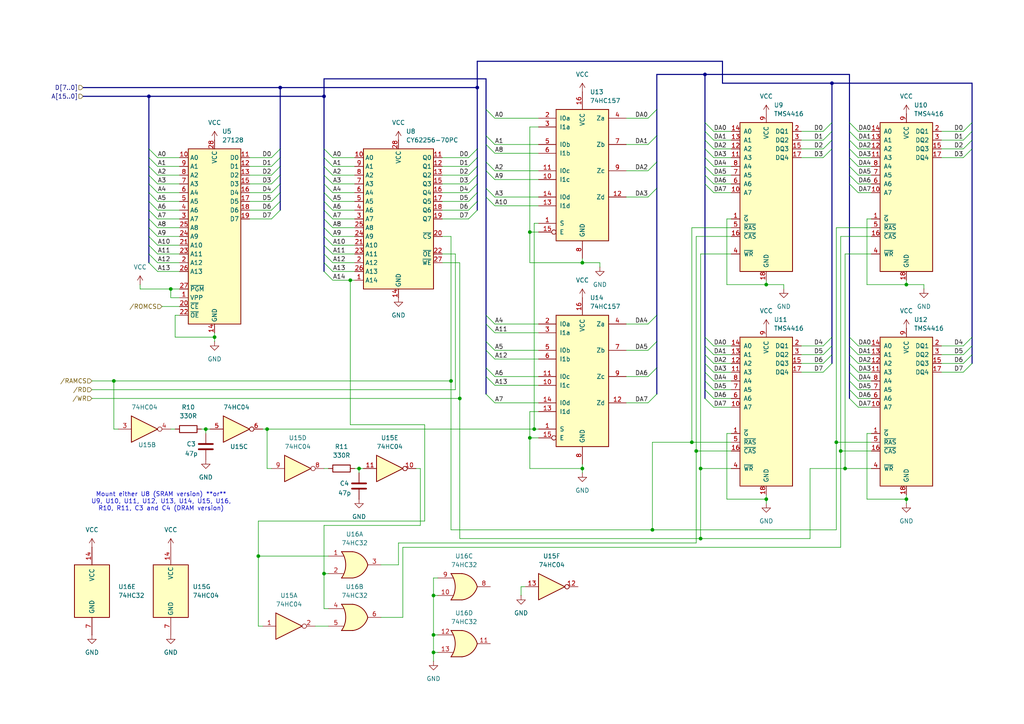
<source format=kicad_sch>
(kicad_sch (version 20231120) (generator "eeschema") (generator_version "8.0")
  (paper "A4")
  (junction (at 104.14 135.89))
  (junction (at 153.67 67.31))
  (junction (at 243.84 130.81))
  (junction (at 59.69 124.46))
  (junction (at 245.11 135.89))
  (junction (at 101.6 81.28))
  (junction (at 133.35 115.57))
  (junction (at 125.73 172.72))
  (junction (at 74.93 161.29))
  (junction (at 204.47 21.59))
  (junction (at 222.25 144.78))
  (junction (at 33.02 110.49))
  (junction (at 241.3 24.13))
  (junction (at 201.93 130.81))
  (junction (at 262.89 82.55))
  (junction (at 43.18 27.94))
  (junction (at 93.98 166.37))
  (junction (at 93.98 27.94))
  (junction (at 168.91 135.89))
  (junction (at 77.47 124.46))
  (junction (at 138.43 25.4))
  (junction (at 154.94 124.46))
  (junction (at 222.25 82.55))
  (junction (at 242.57 128.27))
  (junction (at 203.2 156.21))
  (junction (at 189.23 153.67))
  (junction (at 153.67 127))
  (junction (at 81.28 25.4))
  (junction (at 62.23 97.79))
  (junction (at 203.2 135.89))
  (junction (at 125.73 189.23))
  (junction (at 200.66 128.27))
  (junction (at 125.73 184.15))
  (junction (at 168.91 76.2))
  (junction (at 262.89 144.78))
  (junction (at 130.81 110.49))
  (junction (at 49.53 83.82))
  (bus_entry (at 246.38 107.95) (size 2.54 2.54))
  (bus_entry (at 241.3 43.18) (size -2.54 2.54))
  (bus_entry (at 93.98 53.34) (size 2.54 2.54))
  (bus_entry (at 93.98 78.74) (size 2.54 2.54))
  (bus_entry (at 138.43 55.88) (size -2.54 2.54))
  (bus_entry (at 246.38 110.49) (size 2.54 2.54))
  (bus_entry (at 140.97 57.15) (size 2.54 2.54))
  (bus_entry (at 43.18 76.2) (size 2.54 2.54))
  (bus_entry (at 138.43 43.18) (size -2.54 2.54))
  (bus_entry (at 241.3 40.64) (size -2.54 2.54))
  (bus_entry (at 140.97 39.37) (size 2.54 2.54))
  (bus_entry (at 43.18 55.88) (size 2.54 2.54))
  (bus_entry (at 93.98 48.26) (size 2.54 2.54))
  (bus_entry (at 93.98 76.2) (size 2.54 2.54))
  (bus_entry (at 81.28 43.18) (size -2.54 2.54))
  (bus_entry (at 246.38 40.64) (size 2.54 2.54))
  (bus_entry (at 190.5 31.75) (size -2.54 2.54))
  (bus_entry (at 241.3 102.87) (size -2.54 2.54))
  (bus_entry (at 204.47 45.72) (size 2.54 2.54))
  (bus_entry (at 140.97 101.6) (size 2.54 2.54))
  (bus_entry (at 246.38 102.87) (size 2.54 2.54))
  (bus_entry (at 138.43 48.26) (size -2.54 2.54))
  (bus_entry (at 241.3 105.41) (size -2.54 2.54))
  (bus_entry (at 140.97 99.06) (size 2.54 2.54))
  (bus_entry (at 204.47 38.1) (size 2.54 2.54))
  (bus_entry (at 93.98 50.8) (size 2.54 2.54))
  (bus_entry (at 93.98 55.88) (size 2.54 2.54))
  (bus_entry (at 138.43 60.96) (size -2.54 2.54))
  (bus_entry (at 43.18 66.04) (size 2.54 2.54))
  (bus_entry (at 140.97 106.68) (size 2.54 2.54))
  (bus_entry (at 93.98 66.04) (size 2.54 2.54))
  (bus_entry (at 43.18 68.58) (size 2.54 2.54))
  (bus_entry (at 246.38 48.26) (size 2.54 2.54))
  (bus_entry (at 43.18 73.66) (size 2.54 2.54))
  (bus_entry (at 93.98 43.18) (size 2.54 2.54))
  (bus_entry (at 204.47 35.56) (size 2.54 2.54))
  (bus_entry (at 93.98 63.5) (size 2.54 2.54))
  (bus_entry (at 281.94 35.56) (size -2.54 2.54))
  (bus_entry (at 81.28 50.8) (size -2.54 2.54))
  (bus_entry (at 246.38 53.34) (size 2.54 2.54))
  (bus_entry (at 246.38 97.79) (size 2.54 2.54))
  (bus_entry (at 281.94 105.41) (size -2.54 2.54))
  (bus_entry (at 204.47 100.33) (size 2.54 2.54))
  (bus_entry (at 190.5 91.44) (size -2.54 2.54))
  (bus_entry (at 81.28 45.72) (size -2.54 2.54))
  (bus_entry (at 93.98 45.72) (size 2.54 2.54))
  (bus_entry (at 140.97 46.99) (size 2.54 2.54))
  (bus_entry (at 241.3 35.56) (size -2.54 2.54))
  (bus_entry (at 190.5 39.37) (size -2.54 2.54))
  (bus_entry (at 138.43 58.42) (size -2.54 2.54))
  (bus_entry (at 140.97 54.61) (size 2.54 2.54))
  (bus_entry (at 93.98 71.12) (size 2.54 2.54))
  (bus_entry (at 190.5 54.61) (size -2.54 2.54))
  (bus_entry (at 281.94 102.87) (size -2.54 2.54))
  (bus_entry (at 93.98 60.96) (size 2.54 2.54))
  (bus_entry (at 281.94 43.18) (size -2.54 2.54))
  (bus_entry (at 204.47 113.03) (size 2.54 2.54))
  (bus_entry (at 43.18 71.12) (size 2.54 2.54))
  (bus_entry (at 246.38 38.1) (size 2.54 2.54))
  (bus_entry (at 281.94 100.33) (size -2.54 2.54))
  (bus_entry (at 43.18 63.5) (size 2.54 2.54))
  (bus_entry (at 246.38 43.18) (size 2.54 2.54))
  (bus_entry (at 204.47 43.18) (size 2.54 2.54))
  (bus_entry (at 140.97 109.22) (size 2.54 2.54))
  (bus_entry (at 43.18 53.34) (size 2.54 2.54))
  (bus_entry (at 204.47 53.34) (size 2.54 2.54))
  (bus_entry (at 93.98 73.66) (size 2.54 2.54))
  (bus_entry (at 190.5 106.68) (size -2.54 2.54))
  (bus_entry (at 190.5 114.3) (size -2.54 2.54))
  (bus_entry (at 140.97 31.75) (size 2.54 2.54))
  (bus_entry (at 204.47 102.87) (size 2.54 2.54))
  (bus_entry (at 204.47 115.57) (size 2.54 2.54))
  (bus_entry (at 43.18 58.42) (size 2.54 2.54))
  (bus_entry (at 204.47 50.8) (size 2.54 2.54))
  (bus_entry (at 204.47 48.26) (size 2.54 2.54))
  (bus_entry (at 190.5 46.99) (size -2.54 2.54))
  (bus_entry (at 140.97 49.53) (size 2.54 2.54))
  (bus_entry (at 81.28 60.96) (size -2.54 2.54))
  (bus_entry (at 81.28 55.88) (size -2.54 2.54))
  (bus_entry (at 246.38 50.8) (size 2.54 2.54))
  (bus_entry (at 204.47 110.49) (size 2.54 2.54))
  (bus_entry (at 93.98 58.42) (size 2.54 2.54))
  (bus_entry (at 81.28 48.26) (size -2.54 2.54))
  (bus_entry (at 281.94 97.79) (size -2.54 2.54))
  (bus_entry (at 246.38 45.72) (size 2.54 2.54))
  (bus_entry (at 81.28 58.42) (size -2.54 2.54))
  (bus_entry (at 140.97 91.44) (size 2.54 2.54))
  (bus_entry (at 246.38 100.33) (size 2.54 2.54))
  (bus_entry (at 93.98 68.58) (size 2.54 2.54))
  (bus_entry (at 43.18 45.72) (size 2.54 2.54))
  (bus_entry (at 140.97 41.91) (size 2.54 2.54))
  (bus_entry (at 281.94 40.64) (size -2.54 2.54))
  (bus_entry (at 138.43 45.72) (size -2.54 2.54))
  (bus_entry (at 43.18 60.96) (size 2.54 2.54))
  (bus_entry (at 140.97 93.98) (size 2.54 2.54))
  (bus_entry (at 204.47 107.95) (size 2.54 2.54))
  (bus_entry (at 246.38 35.56) (size 2.54 2.54))
  (bus_entry (at 246.38 105.41) (size 2.54 2.54))
  (bus_entry (at 43.18 50.8) (size 2.54 2.54))
  (bus_entry (at 43.18 43.18) (size 2.54 2.54))
  (bus_entry (at 138.43 53.34) (size -2.54 2.54))
  (bus_entry (at 190.5 99.06) (size -2.54 2.54))
  (bus_entry (at 246.38 113.03) (size 2.54 2.54))
  (bus_entry (at 140.97 114.3) (size 2.54 2.54))
  (bus_entry (at 281.94 38.1) (size -2.54 2.54))
  (bus_entry (at 204.47 97.79) (size 2.54 2.54))
  (bus_entry (at 246.38 115.57) (size 2.54 2.54))
  (bus_entry (at 241.3 38.1) (size -2.54 2.54))
  (bus_entry (at 43.18 48.26) (size 2.54 2.54))
  (bus_entry (at 204.47 105.41) (size 2.54 2.54))
  (bus_entry (at 241.3 100.33) (size -2.54 2.54))
  (bus_entry (at 81.28 53.34) (size -2.54 2.54))
  (bus_entry (at 241.3 97.79) (size -2.54 2.54))
  (bus_entry (at 204.47 40.64) (size 2.54 2.54))
  (bus_entry (at 138.43 50.8) (size -2.54 2.54))
  (bus (pts (xy 81.28 50.8) (xy 81.28 53.34)))
  (wire (pts (xy 210.82 125.73) (xy 212.09 125.73)))
  (wire (pts (xy 34.29 124.46) (xy 33.02 124.46)))
  (wire (pts (xy 222.25 81.28) (xy 222.25 82.55)))
  (bus (pts (xy 246.38 43.18) (xy 246.38 40.64)))
  (bus (pts (xy 43.18 66.04) (xy 43.18 68.58)))
  (wire (pts (xy 96.52 66.04) (xy 102.87 66.04)))
  (wire (pts (xy 207.01 48.26) (xy 212.09 48.26)))
  (wire (pts (xy 45.72 78.74) (xy 52.07 78.74)))
  (wire (pts (xy 26.67 113.03) (xy 132.08 113.03)))
  (wire (pts (xy 72.39 50.8) (xy 78.74 50.8)))
  (wire (pts (xy 207.01 53.34) (xy 212.09 53.34)))
  (wire (pts (xy 153.67 67.31) (xy 153.67 36.83)))
  (bus (pts (xy 246.38 35.56) (xy 246.38 21.59)))
  (bus (pts (xy 246.38 53.34) (xy 246.38 50.8)))
  (bus (pts (xy 140.97 46.99) (xy 140.97 49.53)))
  (wire (pts (xy 110.49 179.07) (xy 116.84 179.07)))
  (wire (pts (xy 181.61 93.98) (xy 187.96 93.98)))
  (wire (pts (xy 245.11 135.89) (xy 245.11 73.66)))
  (wire (pts (xy 245.11 135.89) (xy 234.95 135.89)))
  (bus (pts (xy 241.3 24.13) (xy 281.94 24.13)))
  (wire (pts (xy 130.81 68.58) (xy 128.27 68.58)))
  (wire (pts (xy 243.84 68.58) (xy 252.73 68.58)))
  (wire (pts (xy 72.39 53.34) (xy 78.74 53.34)))
  (wire (pts (xy 121.92 152.4) (xy 121.92 135.89)))
  (wire (pts (xy 45.72 55.88) (xy 52.07 55.88)))
  (wire (pts (xy 45.72 53.34) (xy 52.07 53.34)))
  (wire (pts (xy 201.93 130.81) (xy 201.93 68.58)))
  (wire (pts (xy 45.72 63.5) (xy 52.07 63.5)))
  (bus (pts (xy 241.3 24.13) (xy 209.55 24.13)))
  (wire (pts (xy 110.49 163.83) (xy 115.57 163.83)))
  (bus (pts (xy 204.47 43.18) (xy 204.47 45.72)))
  (wire (pts (xy 242.57 128.27) (xy 242.57 153.67)))
  (wire (pts (xy 50.8 91.44) (xy 52.07 91.44)))
  (wire (pts (xy 78.74 135.89) (xy 77.47 135.89)))
  (wire (pts (xy 227.33 82.55) (xy 222.25 82.55)))
  (wire (pts (xy 96.52 68.58) (xy 102.87 68.58)))
  (wire (pts (xy 207.01 45.72) (xy 212.09 45.72)))
  (wire (pts (xy 95.25 176.53) (xy 93.98 176.53)))
  (bus (pts (xy 43.18 63.5) (xy 43.18 66.04)))
  (wire (pts (xy 45.72 76.2) (xy 52.07 76.2)))
  (wire (pts (xy 133.35 76.2) (xy 128.27 76.2)))
  (wire (pts (xy 248.92 55.88) (xy 252.73 55.88)))
  (wire (pts (xy 77.47 124.46) (xy 77.47 135.89)))
  (wire (pts (xy 127 184.15) (xy 125.73 184.15)))
  (wire (pts (xy 130.81 153.67) (xy 189.23 153.67)))
  (bus (pts (xy 43.18 48.26) (xy 43.18 50.8)))
  (bus (pts (xy 81.28 43.18) (xy 81.28 45.72)))
  (bus (pts (xy 281.94 38.1) (xy 281.94 40.64)))
  (wire (pts (xy 26.67 115.57) (xy 133.35 115.57)))
  (wire (pts (xy 62.23 97.79) (xy 62.23 96.52)))
  (wire (pts (xy 143.51 109.22) (xy 156.21 109.22)))
  (wire (pts (xy 96.52 53.34) (xy 102.87 53.34)))
  (wire (pts (xy 207.01 118.11) (xy 212.09 118.11)))
  (bus (pts (xy 93.98 43.18) (xy 93.98 45.72)))
  (bus (pts (xy 204.47 110.49) (xy 204.47 113.03)))
  (wire (pts (xy 181.61 101.6) (xy 187.96 101.6)))
  (wire (pts (xy 181.61 41.91) (xy 187.96 41.91)))
  (wire (pts (xy 123.19 151.13) (xy 74.93 151.13)))
  (bus (pts (xy 246.38 113.03) (xy 246.38 110.49)))
  (bus (pts (xy 281.94 24.13) (xy 281.94 35.56)))
  (bus (pts (xy 190.5 21.59) (xy 204.47 21.59)))
  (wire (pts (xy 248.92 118.11) (xy 252.73 118.11)))
  (bus (pts (xy 190.5 39.37) (xy 190.5 31.75)))
  (wire (pts (xy 45.72 68.58) (xy 52.07 68.58)))
  (bus (pts (xy 204.47 100.33) (xy 204.47 102.87)))
  (bus (pts (xy 190.5 46.99) (xy 190.5 39.37)))
  (bus (pts (xy 81.28 53.34) (xy 81.28 55.88)))
  (wire (pts (xy 207.01 113.03) (xy 212.09 113.03)))
  (bus (pts (xy 246.38 107.95) (xy 246.38 105.41)))
  (wire (pts (xy 232.41 40.64) (xy 238.76 40.64)))
  (wire (pts (xy 248.92 100.33) (xy 252.73 100.33)))
  (bus (pts (xy 140.97 22.86) (xy 140.97 31.75)))
  (wire (pts (xy 102.87 135.89) (xy 104.14 135.89)))
  (wire (pts (xy 130.81 110.49) (xy 130.81 153.67)))
  (wire (pts (xy 127 167.64) (xy 125.73 167.64)))
  (bus (pts (xy 204.47 105.41) (xy 204.47 107.95)))
  (wire (pts (xy 143.51 104.14) (xy 156.21 104.14)))
  (wire (pts (xy 273.05 38.1) (xy 279.4 38.1)))
  (bus (pts (xy 140.97 39.37) (xy 140.97 41.91)))
  (wire (pts (xy 210.82 82.55) (xy 210.82 63.5)))
  (bus (pts (xy 204.47 107.95) (xy 204.47 110.49)))
  (wire (pts (xy 93.98 166.37) (xy 93.98 152.4)))
  (bus (pts (xy 93.98 73.66) (xy 93.98 76.2)))
  (bus (pts (xy 246.38 110.49) (xy 246.38 107.95)))
  (wire (pts (xy 242.57 128.27) (xy 242.57 66.04)))
  (bus (pts (xy 138.43 25.4) (xy 138.43 43.18)))
  (bus (pts (xy 204.47 38.1) (xy 204.47 40.64)))
  (bus (pts (xy 93.98 48.26) (xy 93.98 50.8)))
  (wire (pts (xy 273.05 102.87) (xy 279.4 102.87)))
  (wire (pts (xy 133.35 156.21) (xy 203.2 156.21)))
  (wire (pts (xy 91.44 181.61) (xy 95.25 181.61)))
  (wire (pts (xy 200.66 128.27) (xy 189.23 128.27)))
  (wire (pts (xy 77.47 124.46) (xy 154.94 124.46)))
  (wire (pts (xy 151.13 170.18) (xy 151.13 172.72)))
  (bus (pts (xy 281.94 43.18) (xy 281.94 97.79)))
  (wire (pts (xy 45.72 60.96) (xy 52.07 60.96)))
  (bus (pts (xy 204.47 102.87) (xy 204.47 105.41)))
  (wire (pts (xy 234.95 135.89) (xy 234.95 156.21)))
  (bus (pts (xy 24.13 27.94) (xy 43.18 27.94)))
  (wire (pts (xy 128.27 53.34) (xy 135.89 53.34)))
  (wire (pts (xy 173.99 76.2) (xy 168.91 76.2)))
  (bus (pts (xy 281.94 40.64) (xy 281.94 43.18)))
  (wire (pts (xy 273.05 105.41) (xy 279.4 105.41)))
  (bus (pts (xy 140.97 54.61) (xy 140.97 57.15)))
  (bus (pts (xy 246.38 115.57) (xy 246.38 113.03)))
  (wire (pts (xy 232.41 45.72) (xy 238.76 45.72)))
  (wire (pts (xy 207.01 40.64) (xy 212.09 40.64)))
  (wire (pts (xy 168.91 74.93) (xy 168.91 76.2)))
  (wire (pts (xy 248.92 50.8) (xy 252.73 50.8)))
  (wire (pts (xy 173.99 76.2) (xy 173.99 77.47)))
  (wire (pts (xy 222.25 143.51) (xy 222.25 144.78)))
  (bus (pts (xy 138.43 50.8) (xy 138.43 53.34)))
  (bus (pts (xy 241.3 105.41) (xy 241.3 102.87)))
  (bus (pts (xy 190.5 91.44) (xy 190.5 54.61)))
  (bus (pts (xy 246.38 40.64) (xy 246.38 38.1)))
  (wire (pts (xy 232.41 100.33) (xy 238.76 100.33)))
  (bus (pts (xy 190.5 106.68) (xy 190.5 99.06)))
  (wire (pts (xy 49.53 86.36) (xy 49.53 83.82)))
  (wire (pts (xy 45.72 48.26) (xy 52.07 48.26)))
  (bus (pts (xy 93.98 71.12) (xy 93.98 73.66)))
  (wire (pts (xy 121.92 135.89) (xy 120.65 135.89)))
  (wire (pts (xy 115.57 157.48) (xy 201.93 157.48)))
  (bus (pts (xy 140.97 91.44) (xy 140.97 93.98)))
  (wire (pts (xy 45.72 71.12) (xy 52.07 71.12)))
  (wire (pts (xy 128.27 60.96) (xy 135.89 60.96)))
  (bus (pts (xy 43.18 55.88) (xy 43.18 58.42)))
  (bus (pts (xy 81.28 25.4) (xy 81.28 43.18)))
  (wire (pts (xy 262.89 144.78) (xy 251.46 144.78)))
  (wire (pts (xy 96.52 58.42) (xy 102.87 58.42)))
  (bus (pts (xy 81.28 45.72) (xy 81.28 48.26)))
  (wire (pts (xy 248.92 110.49) (xy 252.73 110.49)))
  (bus (pts (xy 24.13 25.4) (xy 81.28 25.4)))
  (bus (pts (xy 241.3 100.33) (xy 241.3 97.79)))
  (bus (pts (xy 43.18 60.96) (xy 43.18 63.5)))
  (wire (pts (xy 153.67 76.2) (xy 153.67 67.31)))
  (wire (pts (xy 273.05 107.95) (xy 279.4 107.95)))
  (wire (pts (xy 116.84 179.07) (xy 116.84 158.75)))
  (wire (pts (xy 248.92 107.95) (xy 252.73 107.95)))
  (wire (pts (xy 74.93 161.29) (xy 74.93 181.61)))
  (wire (pts (xy 123.19 123.19) (xy 123.19 151.13)))
  (bus (pts (xy 140.97 31.75) (xy 140.97 39.37)))
  (wire (pts (xy 50.8 97.79) (xy 50.8 91.44)))
  (wire (pts (xy 207.01 102.87) (xy 212.09 102.87)))
  (wire (pts (xy 45.72 50.8) (xy 52.07 50.8)))
  (bus (pts (xy 190.5 114.3) (xy 190.5 106.68)))
  (wire (pts (xy 156.21 124.46) (xy 154.94 124.46)))
  (wire (pts (xy 125.73 184.15) (xy 125.73 189.23)))
  (bus (pts (xy 43.18 27.94) (xy 43.18 43.18)))
  (bus (pts (xy 43.18 53.34) (xy 43.18 55.88)))
  (wire (pts (xy 207.01 50.8) (xy 212.09 50.8)))
  (wire (pts (xy 232.41 107.95) (xy 238.76 107.95)))
  (wire (pts (xy 248.92 113.03) (xy 252.73 113.03)))
  (bus (pts (xy 241.3 24.13) (xy 241.3 35.56)))
  (bus (pts (xy 43.18 73.66) (xy 43.18 76.2)))
  (wire (pts (xy 58.42 124.46) (xy 59.69 124.46)))
  (wire (pts (xy 168.91 134.62) (xy 168.91 135.89)))
  (wire (pts (xy 262.89 143.51) (xy 262.89 144.78)))
  (wire (pts (xy 101.6 123.19) (xy 123.19 123.19)))
  (wire (pts (xy 105.41 135.89) (xy 104.14 135.89)))
  (wire (pts (xy 273.05 100.33) (xy 279.4 100.33)))
  (wire (pts (xy 40.64 83.82) (xy 49.53 83.82)))
  (bus (pts (xy 140.97 49.53) (xy 140.97 54.61)))
  (wire (pts (xy 76.2 124.46) (xy 77.47 124.46)))
  (wire (pts (xy 248.92 38.1) (xy 252.73 38.1)))
  (wire (pts (xy 251.46 125.73) (xy 252.73 125.73)))
  (bus (pts (xy 43.18 58.42) (xy 43.18 60.96)))
  (wire (pts (xy 212.09 135.89) (xy 203.2 135.89)))
  (bus (pts (xy 138.43 53.34) (xy 138.43 55.88)))
  (wire (pts (xy 143.51 52.07) (xy 156.21 52.07)))
  (wire (pts (xy 127 172.72) (xy 125.73 172.72)))
  (wire (pts (xy 93.98 166.37) (xy 95.25 166.37)))
  (bus (pts (xy 43.18 71.12) (xy 43.18 73.66)))
  (wire (pts (xy 210.82 144.78) (xy 210.82 125.73)))
  (wire (pts (xy 181.61 116.84) (xy 187.96 116.84)))
  (wire (pts (xy 252.73 130.81) (xy 243.84 130.81)))
  (bus (pts (xy 204.47 48.26) (xy 204.47 50.8)))
  (wire (pts (xy 133.35 115.57) (xy 133.35 156.21)))
  (wire (pts (xy 153.67 119.38) (xy 156.21 119.38)))
  (bus (pts (xy 190.5 54.61) (xy 190.5 46.99)))
  (wire (pts (xy 153.67 67.31) (xy 156.21 67.31)))
  (wire (pts (xy 52.07 86.36) (xy 49.53 86.36)))
  (wire (pts (xy 132.08 73.66) (xy 128.27 73.66)))
  (wire (pts (xy 125.73 172.72) (xy 125.73 184.15)))
  (wire (pts (xy 74.93 181.61) (xy 76.2 181.61)))
  (wire (pts (xy 154.94 64.77) (xy 156.21 64.77)))
  (wire (pts (xy 248.92 102.87) (xy 252.73 102.87)))
  (wire (pts (xy 62.23 97.79) (xy 50.8 97.79)))
  (wire (pts (xy 133.35 115.57) (xy 133.35 76.2)))
  (bus (pts (xy 241.3 43.18) (xy 241.3 40.64)))
  (wire (pts (xy 232.41 38.1) (xy 238.76 38.1)))
  (wire (pts (xy 207.01 38.1) (xy 212.09 38.1)))
  (wire (pts (xy 72.39 63.5) (xy 78.74 63.5)))
  (bus (pts (xy 81.28 58.42) (xy 81.28 60.96)))
  (wire (pts (xy 273.05 43.18) (xy 279.4 43.18)))
  (bus (pts (xy 93.98 53.34) (xy 93.98 55.88)))
  (wire (pts (xy 153.67 127) (xy 156.21 127)))
  (bus (pts (xy 140.97 93.98) (xy 140.97 99.06)))
  (wire (pts (xy 181.61 49.53) (xy 187.96 49.53)))
  (wire (pts (xy 128.27 63.5) (xy 135.89 63.5)))
  (wire (pts (xy 143.51 116.84) (xy 156.21 116.84)))
  (bus (pts (xy 138.43 43.18) (xy 138.43 45.72)))
  (wire (pts (xy 248.92 53.34) (xy 252.73 53.34)))
  (wire (pts (xy 130.81 110.49) (xy 130.81 68.58)))
  (wire (pts (xy 143.51 59.69) (xy 156.21 59.69)))
  (bus (pts (xy 93.98 27.94) (xy 93.98 43.18)))
  (wire (pts (xy 232.41 102.87) (xy 238.76 102.87)))
  (wire (pts (xy 115.57 163.83) (xy 115.57 157.48)))
  (wire (pts (xy 207.01 110.49) (xy 212.09 110.49)))
  (wire (pts (xy 33.02 124.46) (xy 33.02 110.49)))
  (wire (pts (xy 251.46 63.5) (xy 252.73 63.5)))
  (bus (pts (xy 93.98 66.04) (xy 93.98 68.58)))
  (bus (pts (xy 241.3 102.87) (xy 241.3 100.33)))
  (wire (pts (xy 72.39 55.88) (xy 78.74 55.88)))
  (wire (pts (xy 143.51 57.15) (xy 156.21 57.15)))
  (wire (pts (xy 200.66 66.04) (xy 212.09 66.04)))
  (wire (pts (xy 248.92 48.26) (xy 252.73 48.26)))
  (wire (pts (xy 207.01 105.41) (xy 212.09 105.41)))
  (wire (pts (xy 52.07 83.82) (xy 49.53 83.82)))
  (wire (pts (xy 96.52 78.74) (xy 102.87 78.74)))
  (bus (pts (xy 281.94 35.56) (xy 281.94 38.1)))
  (wire (pts (xy 248.92 105.41) (xy 252.73 105.41)))
  (bus (pts (xy 190.5 31.75) (xy 190.5 21.59)))
  (wire (pts (xy 104.14 137.16) (xy 104.14 135.89)))
  (wire (pts (xy 116.84 158.75) (xy 243.84 158.75)))
  (wire (pts (xy 60.96 124.46) (xy 59.69 124.46)))
  (wire (pts (xy 212.09 130.81) (xy 201.93 130.81)))
  (wire (pts (xy 96.52 73.66) (xy 102.87 73.66)))
  (wire (pts (xy 96.52 81.28) (xy 101.6 81.28)))
  (wire (pts (xy 267.97 82.55) (xy 262.89 82.55)))
  (wire (pts (xy 127 189.23) (xy 125.73 189.23)))
  (wire (pts (xy 232.41 105.41) (xy 238.76 105.41)))
  (bus (pts (xy 246.38 45.72) (xy 246.38 43.18)))
  (wire (pts (xy 96.52 63.5) (xy 102.87 63.5)))
  (wire (pts (xy 210.82 63.5) (xy 212.09 63.5)))
  (bus (pts (xy 138.43 17.78) (xy 138.43 25.4)))
  (wire (pts (xy 262.89 82.55) (xy 251.46 82.55)))
  (bus (pts (xy 140.97 106.68) (xy 140.97 109.22)))
  (wire (pts (xy 200.66 128.27) (xy 200.66 66.04)))
  (bus (pts (xy 81.28 48.26) (xy 81.28 50.8)))
  (wire (pts (xy 207.01 43.18) (xy 212.09 43.18)))
  (bus (pts (xy 204.47 53.34) (xy 204.47 97.79)))
  (wire (pts (xy 45.72 66.04) (xy 52.07 66.04)))
  (wire (pts (xy 168.91 135.89) (xy 153.67 135.89)))
  (wire (pts (xy 96.52 60.96) (xy 102.87 60.96)))
  (bus (pts (xy 43.18 50.8) (xy 43.18 53.34)))
  (bus (pts (xy 246.38 48.26) (xy 246.38 45.72)))
  (wire (pts (xy 125.73 189.23) (xy 125.73 191.77)))
  (wire (pts (xy 189.23 153.67) (xy 242.57 153.67)))
  (wire (pts (xy 273.05 45.72) (xy 279.4 45.72)))
  (bus (pts (xy 43.18 45.72) (xy 43.18 48.26)))
  (wire (pts (xy 72.39 48.26) (xy 78.74 48.26)))
  (wire (pts (xy 212.09 128.27) (xy 200.66 128.27)))
  (wire (pts (xy 222.25 144.78) (xy 210.82 144.78)))
  (wire (pts (xy 143.51 49.53) (xy 156.21 49.53)))
  (bus (pts (xy 43.18 27.94) (xy 93.98 27.94)))
  (bus (pts (xy 204.47 97.79) (xy 204.47 100.33)))
  (wire (pts (xy 203.2 135.89) (xy 203.2 156.21)))
  (wire (pts (xy 207.01 115.57) (xy 212.09 115.57)))
  (wire (pts (xy 201.93 157.48) (xy 201.93 130.81)))
  (bus (pts (xy 93.98 58.42) (xy 93.98 60.96)))
  (wire (pts (xy 143.51 101.6) (xy 156.21 101.6)))
  (bus (pts (xy 204.47 113.03) (xy 204.47 115.57)))
  (bus (pts (xy 209.55 24.13) (xy 209.55 17.78)))
  (wire (pts (xy 128.27 58.42) (xy 135.89 58.42)))
  (wire (pts (xy 93.98 176.53) (xy 93.98 166.37)))
  (wire (pts (xy 207.01 55.88) (xy 212.09 55.88)))
  (wire (pts (xy 96.52 71.12) (xy 102.87 71.12)))
  (wire (pts (xy 154.94 124.46) (xy 154.94 64.77)))
  (wire (pts (xy 262.89 81.28) (xy 262.89 82.55)))
  (bus (pts (xy 246.38 97.79) (xy 246.38 53.34)))
  (wire (pts (xy 74.93 151.13) (xy 74.93 161.29)))
  (wire (pts (xy 59.69 125.73) (xy 59.69 124.46)))
  (wire (pts (xy 62.23 99.06) (xy 62.23 97.79)))
  (bus (pts (xy 204.47 40.64) (xy 204.47 43.18)))
  (bus (pts (xy 246.38 38.1) (xy 246.38 35.56)))
  (wire (pts (xy 242.57 66.04) (xy 252.73 66.04)))
  (bus (pts (xy 43.18 68.58) (xy 43.18 71.12)))
  (bus (pts (xy 140.97 101.6) (xy 140.97 106.68)))
  (wire (pts (xy 153.67 127) (xy 153.67 119.38)))
  (wire (pts (xy 267.97 82.55) (xy 267.97 83.82)))
  (wire (pts (xy 143.51 41.91) (xy 156.21 41.91)))
  (wire (pts (xy 153.67 36.83) (xy 156.21 36.83)))
  (wire (pts (xy 26.67 110.49) (xy 33.02 110.49)))
  (wire (pts (xy 252.73 128.27) (xy 242.57 128.27)))
  (bus (pts (xy 140.97 99.06) (xy 140.97 101.6)))
  (wire (pts (xy 72.39 58.42) (xy 78.74 58.42)))
  (wire (pts (xy 251.46 82.55) (xy 251.46 63.5)))
  (wire (pts (xy 181.61 109.22) (xy 187.96 109.22)))
  (wire (pts (xy 248.92 45.72) (xy 252.73 45.72)))
  (bus (pts (xy 138.43 45.72) (xy 138.43 48.26)))
  (wire (pts (xy 232.41 43.18) (xy 238.76 43.18)))
  (bus (pts (xy 140.97 41.91) (xy 140.97 46.99)))
  (wire (pts (xy 168.91 76.2) (xy 153.67 76.2)))
  (bus (pts (xy 241.3 40.64) (xy 241.3 38.1)))
  (wire (pts (xy 93.98 152.4) (xy 121.92 152.4)))
  (bus (pts (xy 93.98 55.88) (xy 93.98 58.42)))
  (wire (pts (xy 96.52 76.2) (xy 102.87 76.2)))
  (bus (pts (xy 241.3 97.79) (xy 241.3 43.18)))
  (bus (pts (xy 93.98 22.86) (xy 93.98 27.94)))
  (wire (pts (xy 72.39 45.72) (xy 78.74 45.72)))
  (wire (pts (xy 74.93 161.29) (xy 95.25 161.29)))
  (bus (pts (xy 204.47 35.56) (xy 204.47 38.1)))
  (wire (pts (xy 96.52 45.72) (xy 102.87 45.72)))
  (wire (pts (xy 45.72 58.42) (xy 52.07 58.42)))
  (wire (pts (xy 93.98 135.89) (xy 95.25 135.89)))
  (wire (pts (xy 40.64 83.82) (xy 40.64 82.55)))
  (wire (pts (xy 96.52 48.26) (xy 102.87 48.26)))
  (wire (pts (xy 143.51 34.29) (xy 156.21 34.29)))
  (wire (pts (xy 243.84 158.75) (xy 243.84 130.81)))
  (wire (pts (xy 248.92 40.64) (xy 252.73 40.64)))
  (bus (pts (xy 204.47 45.72) (xy 204.47 48.26)))
  (bus (pts (xy 93.98 45.72) (xy 93.98 48.26)))
  (wire (pts (xy 96.52 50.8) (xy 102.87 50.8)))
  (bus (pts (xy 138.43 55.88) (xy 138.43 58.42)))
  (bus (pts (xy 246.38 105.41) (xy 246.38 102.87)))
  (wire (pts (xy 207.01 107.95) (xy 212.09 107.95)))
  (wire (pts (xy 46.99 88.9) (xy 52.07 88.9)))
  (bus (pts (xy 93.98 50.8) (xy 93.98 53.34)))
  (wire (pts (xy 72.39 60.96) (xy 78.74 60.96)))
  (wire (pts (xy 181.61 34.29) (xy 187.96 34.29)))
  (bus (pts (xy 209.55 17.78) (xy 138.43 17.78)))
  (bus (pts (xy 140.97 109.22) (xy 140.97 114.3)))
  (bus (pts (xy 281.94 100.33) (xy 281.94 102.87)))
  (wire (pts (xy 168.91 135.89) (xy 168.91 137.16)))
  (wire (pts (xy 143.51 111.76) (xy 156.21 111.76)))
  (bus (pts (xy 204.47 21.59) (xy 204.47 35.56)))
  (wire (pts (xy 49.53 124.46) (xy 50.8 124.46)))
  (bus (pts (xy 246.38 50.8) (xy 246.38 48.26)))
  (wire (pts (xy 132.08 113.03) (xy 132.08 73.66)))
  (bus (pts (xy 138.43 58.42) (xy 138.43 60.96)))
  (bus (pts (xy 246.38 100.33) (xy 246.38 97.79)))
  (bus (pts (xy 241.3 38.1) (xy 241.3 35.56)))
  (wire (pts (xy 128.27 55.88) (xy 135.89 55.88)))
  (wire (pts (xy 153.67 135.89) (xy 153.67 127)))
  (wire (pts (xy 128.27 48.26) (xy 135.89 48.26)))
  (wire (pts (xy 45.72 45.72) (xy 52.07 45.72)))
  (bus (pts (xy 246.38 102.87) (xy 246.38 100.33)))
  (wire (pts (xy 143.51 96.52) (xy 156.21 96.52)))
  (bus (pts (xy 204.47 50.8) (xy 204.47 53.34)))
  (wire (pts (xy 248.92 43.18) (xy 252.73 43.18)))
  (wire (pts (xy 262.89 144.78) (xy 262.89 146.05)))
  (wire (pts (xy 181.61 57.15) (xy 187.96 57.15)))
  (bus (pts (xy 140.97 57.15) (xy 140.97 91.44)))
  (bus (pts (xy 281.94 97.79) (xy 281.94 100.33)))
  (wire (pts (xy 222.25 144.78) (xy 222.25 146.05)))
  (wire (pts (xy 128.27 50.8) (xy 135.89 50.8)))
  (bus (pts (xy 190.5 99.06) (xy 190.5 91.44)))
  (bus (pts (xy 93.98 63.5) (xy 93.98 66.04)))
  (wire (pts (xy 152.4 170.18) (xy 151.13 170.18)))
  (bus (pts (xy 93.98 76.2) (xy 93.98 78.74)))
  (wire (pts (xy 203.2 156.21) (xy 234.95 156.21)))
  (bus (pts (xy 81.28 25.4) (xy 138.43 25.4)))
  (bus (pts (xy 93.98 22.86) (xy 140.97 22.86)))
  (bus (pts (xy 138.43 48.26) (xy 138.43 50.8)))
  (wire (pts (xy 45.72 73.66) (xy 52.07 73.66)))
  (wire (pts (xy 227.33 82.55) (xy 227.33 83.82)))
  (wire (pts (xy 189.23 128.27) (xy 189.23 153.67)))
  (wire (pts (xy 207.01 100.33) (xy 212.09 100.33)))
  (wire (pts (xy 245.11 73.66) (xy 252.73 73.66)))
  (wire (pts (xy 273.05 40.64) (xy 279.4 40.64)))
  (wire (pts (xy 143.51 93.98) (xy 156.21 93.98)))
  (wire (pts (xy 201.93 68.58) (xy 212.09 68.58)))
  (wire (pts (xy 33.02 110.49) (xy 130.81 110.49)))
  (wire (pts (xy 128.27 45.72) (xy 135.89 45.72)))
  (wire (pts (xy 222.25 82.55) (xy 210.82 82.55)))
  (bus (pts (xy 93.98 60.96) (xy 93.98 63.5)))
  (bus (pts (xy 246.38 21.59) (xy 204.47 21.59)))
  (wire (pts (xy 252.73 135.89) (xy 245.11 135.89)))
  (wire (pts (xy 101.6 81.28) (xy 101.6 123.19)))
  (wire (pts (xy 243.84 130.81) (xy 243.84 68.58)))
  (wire (pts (xy 96.52 55.88) (xy 102.87 55.88)))
  (wire (pts (xy 248.92 115.57) (xy 252.73 115.57)))
  (wire (pts (xy 143.51 44.45) (xy 156.21 44.45)))
  (bus (pts (xy 81.28 55.88) (xy 81.28 58.42)))
  (bus (pts (xy 43.18 43.18) (xy 43.18 45.72)))
  (wire (pts (xy 125.73 167.64) (xy 125.73 172.72)))
  (wire (pts (xy 203.2 135.89) (xy 203.2 73.66)))
  (wire (pts (xy 251.46 144.78) (xy 251.46 125.73)))
  (wire (pts (xy 101.6 81.28) (xy 102.87 81.28)))
  (wire (pts (xy 203.2 73.66) (xy 212.09 73.66)))
  (bus (pts (xy 281.94 102.87) (xy 281.94 105.41)))
  (bus (pts (xy 93.98 68.58) (xy 93.98 71.12)))
  (text "Mount either U8 (SRAM version) **or**\nU9, U10, U11, U12, U13, U14, U15, U16,\nR10, R11, C3 and C4 (DRAM version)" (at 46.736 145.542 0) (effects (font (size 1.27 1.27))))
  (label "D7" (at 279.4 107.95 180))
  (label "A8" (at 96.52 66.04 0))
  (label "A10" (at 45.72 71.12 0))
  (label "A4" (at 143.51 93.98 0))
  (label "DA0" (at 207.01 38.1 0))
  (label "A5" (at 96.52 58.42 0))
  (label "A9" (at 45.72 68.58 0))
  (label "D4" (at 279.4 100.33 180))
  (label "DA5" (at 248.92 113.03 0))
  (label "A1" (at 143.51 41.91 0))
  (label "DA7" (at 248.92 55.88 0))
  (label "A5" (at 45.72 58.42 0))
  (label "A9" (at 96.52 68.58 0))
  (label "DA3" (at 207.01 45.72 0))
  (label "A8" (at 143.51 44.45 0))
  (label "A1" (at 45.72 48.26 0))
  (label "A3" (at 45.72 53.34 0))
  (label "A12" (at 45.72 76.2 0))
  (label "D0" (at 238.76 38.1 180))
  (label "DA6" (at 187.96 109.22 180))
  (label "D0" (at 279.4 38.1 180))
  (label "DA5" (at 248.92 50.8 0))
  (label "D4" (at 238.76 100.33 180))
  (label "A4" (at 45.72 55.88 0))
  (label "D4" (at 135.89 55.88 180))
  (label "A11" (at 45.72 73.66 0))
  (label "D7" (at 238.76 107.95 180))
  (label "A7" (at 96.52 63.5 0))
  (label "DA7" (at 187.96 116.84 180))
  (label "DA3" (at 248.92 45.72 0))
  (label "D1" (at 78.74 48.26 180))
  (label "DA1" (at 248.92 102.87 0))
  (label "DA0" (at 248.92 38.1 0))
  (label "A3" (at 96.52 53.34 0))
  (label "D6" (at 78.74 60.96 180))
  (label "DA0" (at 207.01 100.33 0))
  (label "DA0" (at 248.92 100.33 0))
  (label "A4" (at 96.52 55.88 0))
  (label "DA3" (at 187.96 57.15 180))
  (label "A13" (at 96.52 78.74 0))
  (label "D6" (at 279.4 105.41 180))
  (label "D1" (at 279.4 40.64 180))
  (label "D3" (at 78.74 53.34 180))
  (label "DA2" (at 248.92 105.41 0))
  (label "A0" (at 45.72 45.72 0))
  (label "DA2" (at 187.96 49.53 180))
  (label "D7" (at 135.89 63.5 180))
  (label "A0" (at 96.52 45.72 0))
  (label "A12" (at 143.51 104.14 0))
  (label "D5" (at 135.89 58.42 180))
  (label "D2" (at 78.74 50.8 180))
  (label "A12" (at 96.52 76.2 0))
  (label "DA0" (at 187.96 34.29 180))
  (label "DA4" (at 248.92 48.26 0))
  (label "DA5" (at 187.96 101.6 180))
  (label "A2" (at 45.72 50.8 0))
  (label "DA1" (at 207.01 40.64 0))
  (label "D1" (at 135.89 48.26 180))
  (label "DA2" (at 207.01 43.18 0))
  (label "A3" (at 143.51 57.15 0))
  (label "A10" (at 143.51 59.69 0))
  (label "DA6" (at 207.01 115.57 0))
  (label "A6" (at 143.51 109.22 0))
  (label "D3" (at 135.89 53.34 180))
  (label "DA7" (at 207.01 118.11 0))
  (label "DA2" (at 207.01 105.41 0))
  (label "DA5" (at 207.01 50.8 0))
  (label "DA4" (at 248.92 110.49 0))
  (label "DA6" (at 207.01 53.34 0))
  (label "A6" (at 45.72 60.96 0))
  (label "DA1" (at 248.92 40.64 0))
  (label "A11" (at 143.51 96.52 0))
  (label "D7" (at 78.74 63.5 180))
  (label "DA7" (at 248.92 118.11 0))
  (label "A0" (at 143.51 34.29 0))
  (label "DA1" (at 187.96 41.91 180))
  (label "DA4" (at 207.01 110.49 0))
  (label "D0" (at 78.74 45.72 180))
  (label "D2" (at 135.89 50.8 180))
  (label "D5" (at 238.76 102.87 180))
  (label "D0" (at 135.89 45.72 180))
  (label "DA1" (at 207.01 102.87 0))
  (label "D6" (at 135.89 60.96 180))
  (label "D5" (at 279.4 102.87 180))
  (label "A8" (at 45.72 66.04 0))
  (label "A7" (at 45.72 63.5 0))
  (label "DA4" (at 187.96 93.98 180))
  (label "DA3" (at 248.92 107.95 0))
  (label "D3" (at 279.4 45.72 180))
  (label "DA6" (at 248.92 115.57 0))
  (label "DA2" (at 248.92 43.18 0))
  (label "D2" (at 279.4 43.18 180))
  (label "DA6" (at 248.92 53.34 0))
  (label "D5" (at 78.74 58.42 180))
  (label "DA4" (at 207.01 48.26 0))
  (label "D4" (at 78.74 55.88 180))
  (label "DA7" (at 207.01 55.88 0))
  (label "A14" (at 96.52 81.28 0))
  (label "A11" (at 96.52 73.66 0))
  (label "D2" (at 238.76 43.18 180))
  (label "A1" (at 96.52 48.26 0))
  (label "A13" (at 45.72 78.74 0))
  (label "D3" (at 238.76 45.72 180))
  (label "A9" (at 143.51 52.07 0))
  (label "D6" (at 238.76 105.41 180))
  (label "A7" (at 143.51 116.84 0))
  (label "A10" (at 96.52 71.12 0))
  (label "A2" (at 143.51 49.53 0))
  (label "A6" (at 96.52 60.96 0))
  (label "DA3" (at 207.01 107.95 0))
  (label "D1" (at 238.76 40.64 180))
  (label "DA5" (at 207.01 113.03 0))
  (label "A2" (at 96.52 50.8 0))
  (label "A13" (at 143.51 111.76 0))
  (label "A5" (at 143.51 101.6 0))
  (hierarchical_label "{slash}WR" (shape input) (at 26.67 115.57 180))
  (hierarchical_label "A[15..0]" (shape input) (at 24.13 27.94 180))
  (hierarchical_label "{slash}ROMCS" (shape input) (at 46.99 88.9 180))
  (hierarchical_label "{slash}RD" (shape input) (at 26.67 113.03 180))
  (hierarchical_label "D[7..0]" (shape input) (at 24.13 25.4 180))
  (hierarchical_label "{slash}RAMCS" (shape input) (at 26.67 110.49 180))
  (symbol (lib_id "Device:C") (at 59.69 129.54 0) (unit 1)
    (property "Reference" "C3" (at 54.102 128.778 0) (effects (justify left)))
    (property "Value" "47p" (at 53.594 131.572 0) (effects (justify left)))
    (property "Footprint" "Capacitor_THT:C_Disc_D5.0mm_W2.5mm_P2.50mm" (effects (hide yes)))
    (property "Description" "Unpolarized capacitor" (effects (hide yes)))
  )
  (symbol (lib_id "power:GND") (at 125.73 191.77 0) (unit 1)
    (property "Reference" "#PWR043" (effects (hide yes)))
    (property "Value" "GND" (at 125.73 196.85 0))
    (property "Description" "Power symbol creates a global label with name \"GND\" , ground" (effects (hide yes)))
  )
  (symbol (lib_id "8bits:TMS4416") (at 222.25 60.96 0) (unit 1)
    (property "Reference" "U9" (at 224.4441 30.48 0) (effects (justify left)))
    (property "Value" "TMS4416" (at 224.4441 33.02 0) (effects (justify left)))
    (property "Footprint" "Package_DIP:DIP-18_W7.62mm" (effects (hide yes)))
    (property "Description" "4bitx16kb (64Kbit) DRAM" (effects (hide yes)))
  )
  (symbol (lib_id "Memory_EPROM:27128") (at 62.23 68.58 0) (unit 1)
    (property "Reference" "U5" (at 64.4241 38.1 0) (effects (justify left)))
    (property "Value" "27128" (at 64.4241 40.64 0) (effects (justify left)))
    (property "Footprint" "Package_DIP:DIP-28_W15.24mm" (effects (hide yes)))
    (property "Datasheet" "http://eeshop.unl.edu/pdf/27128.pdf" (effects (hide yes)))
    (property "Description" "UV Erasable EPROM 128 KiBit, [Obsolete 2000-11]" (effects (hide yes)))
  )
  (symbol (lib_id "74xx:74LS32") (at 134.62 186.69 0) (unit 4)
    (property "Reference" "U16" (at 134.62 177.8 0))
    (property "Value" "74HC32" (at 134.62 180.34 0))
    (property "Footprint" "Package_DIP:DIP-14_W7.62mm" (effects (hide yes)))
    (property "Datasheet" "http://www.ti.com/lit/gpn/sn74LS32" (effects (hide yes)))
    (property "Description" "Quad 2-input OR" (effects (hide yes)))
  )
  (symbol (lib_id "power:VCC") (at 26.67 158.75 0) (unit 1)
    (property "Reference" "#PWR039" (effects (hide yes)))
    (property "Value" "VCC" (at 26.67 153.67 0))
    (property "Description" "Power symbol creates a global label with name \"VCC\"" (effects (hide yes)))
  )
  (symbol (lib_id "power:VCC") (at 62.23 40.64 0) (unit 1)
    (property "Reference" "#PWR020" (effects (hide yes)))
    (property "Value" "VCC" (at 62.23 35.56 0))
    (property "Description" "Power symbol creates a global label with name \"VCC\"" (effects (hide yes)))
  )
  (symbol (lib_id "power:GND") (at 222.25 146.05 0) (unit 1)
    (property "Reference" "#PWR027" (effects (hide yes)))
    (property "Value" "GND" (at 222.25 151.13 0))
    (property "Description" "Power symbol creates a global label with name \"GND\" , ground" (effects (hide yes)))
  )
  (symbol (lib_id "Device:C") (at 104.14 140.97 0) (unit 1)
    (property "Reference" "C4" (at 98.552 140.208 0) (effects (justify left)))
    (property "Value" "47p" (at 98.044 143.002 0) (effects (justify left)))
    (property "Footprint" "Capacitor_THT:C_Disc_D5.0mm_W2.5mm_P2.50mm" (effects (hide yes)))
    (property "Description" "Unpolarized capacitor" (effects (hide yes)))
  )
  (symbol (lib_id "power:GND") (at 26.67 184.15 0) (unit 1)
    (property "Reference" "#PWR041" (effects (hide yes)))
    (property "Value" "GND" (at 26.67 189.23 0))
    (property "Description" "Power symbol creates a global label with name \"GND\" , ground" (effects (hide yes)))
  )
  (symbol (lib_id "74xx:74LS32") (at 102.87 163.83 0) (unit 1)
    (property "Reference" "U16" (at 102.87 154.94 0))
    (property "Value" "74HC32" (at 102.87 157.48 0))
    (property "Footprint" "Package_DIP:DIP-14_W7.62mm" (effects (hide yes)))
    (property "Datasheet" "http://www.ti.com/lit/gpn/sn74LS32" (effects (hide yes)))
    (property "Description" "Quad 2-input OR" (effects (hide yes)))
  )
  (symbol (lib_id "power:VCC") (at 222.25 95.25 0) (unit 1)
    (property "Reference" "#PWR035" (effects (hide yes)))
    (property "Value" "VCC" (at 222.25 90.17 0))
    (property "Description" "Power symbol creates a global label with name \"VCC\"" (effects (hide yes)))
  )
  (symbol (lib_id "power:VCC") (at 168.91 86.36 0) (unit 1)
    (property "Reference" "#PWR031" (effects (hide yes)))
    (property "Value" "VCC" (at 168.91 81.28 0))
    (property "Description" "Power symbol creates a global label with name \"VCC\"" (effects (hide yes)))
  )
  (symbol (lib_id "74xx:74HC04") (at 83.82 181.61 0) (unit 1)
    (property "Reference" "U15" (at 83.82 172.72 0))
    (property "Value" "74HC04" (at 83.82 175.26 0))
    (property "Footprint" "Package_DIP:DIP-14_W7.62mm" (effects (hide yes)))
    (property "Datasheet" "https://assets.nexperia.com/documents/data-sheet/74HC_HCT04.pdf" (effects (hide yes)))
    (property "Description" "Hex Inverter" (effects (hide yes)))
  )
  (symbol (lib_id "74xx:74LS157") (at 168.91 49.53 0) (unit 1)
    (property "Reference" "U13" (at 171.1041 26.67 0) (effects (justify left)))
    (property "Value" "74HC157" (at 171.1041 29.21 0) (effects (justify left)))
    (property "Footprint" "Package_DIP:DIP-16_W7.62mm" (effects (hide yes)))
    (property "Datasheet" "http://www.ti.com/lit/gpn/sn74LS157" (effects (hide yes)))
    (property "Description" "Quad 2 to 1 line Multiplexer" (effects (hide yes)))
  )
  (symbol (lib_id "power:VCC") (at 115.57 40.64 0) (unit 1)
    (property "Reference" "#PWR021" (effects (hide yes)))
    (property "Value" "VCC" (at 115.57 35.56 0))
    (property "Description" "Power symbol creates a global label with name \"VCC\"" (effects (hide yes)))
  )
  (symbol (lib_id "Memory_RAM:CY62256-70PC") (at 115.57 63.5 0) (unit 1)
    (property "Reference" "U8" (at 117.7641 38.1 0) (effects (justify left)))
    (property "Value" "CY62256-70PC" (at 117.7641 40.64 0) (effects (justify left)))
    (property "Footprint" "Package_DIP:DIP-28_W15.24mm" (effects (hide yes)))
    (property "Datasheet" "https://ecee.colorado.edu/~mcclurel/Cypress_SRAM_CY62256.pdf" (effects (hide yes)))
    (property "Description" "256K (32K x 8) Static RAM, 70ns, DIP-28" (effects (hide yes)))
  )
  (symbol (lib_id "74xx:74HC04") (at 86.36 135.89 0) (unit 4)
    (property "Reference" "U15" (at 86.36 127 0))
    (property "Value" "74HC04" (at 86.36 129.54 0))
    (property "Footprint" "Package_DIP:DIP-14_W7.62mm" (effects (hide yes)))
    (property "Datasheet" "https://assets.nexperia.com/documents/data-sheet/74HC_HCT04.pdf" (effects (hide yes)))
    (property "Description" "Hex Inverter" (effects (hide yes)))
  )
  (symbol (lib_id "74xx:74LS32") (at 134.62 170.18 0) (unit 3)
    (property "Reference" "U16" (at 134.62 161.29 0))
    (property "Value" "74HC32" (at 134.62 163.83 0))
    (property "Footprint" "Package_DIP:DIP-14_W7.62mm" (effects (hide yes)))
    (property "Datasheet" "http://www.ti.com/lit/gpn/sn74LS32" (effects (hide yes)))
    (property "Description" "Quad 2-input OR" (effects (hide yes)))
  )
  (symbol (lib_id "power:VCC") (at 262.89 33.02 0) (unit 1)
    (property "Reference" "#PWR034" (effects (hide yes)))
    (property "Value" "VCC" (at 262.89 27.94 0))
    (property "Description" "Power symbol creates a global label with name \"VCC\"" (effects (hide yes)))
  )
  (symbol (lib_id "74xx:74HC04") (at 113.03 135.89 0) (unit 5)
    (property "Reference" "U15" (at 113.03 127 0))
    (property "Value" "74HC04" (at 113.03 129.54 0))
    (property "Footprint" "Package_DIP:DIP-14_W7.62mm" (effects (hide yes)))
    (property "Datasheet" "https://assets.nexperia.com/documents/data-sheet/74HC_HCT04.pdf" (effects (hide yes)))
    (property "Description" "Hex Inverter" (effects (hide yes)))
  )
  (symbol (lib_id "74xx:74HC04") (at 41.91 124.46 0) (unit 2)
    (property "Reference" "U15" (at 42.672 129.032 0))
    (property "Value" "74HC04" (at 41.91 118.11 0))
    (property "Footprint" "Package_DIP:DIP-14_W7.62mm" (effects (hide yes)))
    (property "Datasheet" "https://assets.nexperia.com/documents/data-sheet/74HC_HCT04.pdf" (effects (hide yes)))
    (property "Description" "Hex Inverter" (effects (hide yes)))
  )
  (symbol (lib_id "8bits:TMS4416") (at 262.89 123.19 0) (unit 1)
    (property "Reference" "U12" (at 265.0841 92.71 0) (effects (justify left)))
    (property "Value" "TMS4416" (at 265.0841 95.25 0) (effects (justify left)))
    (property "Footprint" "Package_DIP:DIP-18_W7.62mm" (effects (hide yes)))
    (property "Description" "4bitx16kb (64Kbit) DRAM" (effects (hide yes)))
  )
  (symbol (lib_id "power:GND") (at 59.69 133.35 0) (unit 1)
    (property "Reference" "#PWR037" (effects (hide yes)))
    (property "Value" "GND" (at 59.69 138.43 0))
    (property "Description" "Power symbol creates a global label with name \"GND\" , ground" (effects (hide yes)))
  )
  (symbol (lib_id "power:GND") (at 151.13 172.72 0) (unit 1)
    (property "Reference" "#PWR044" (effects (hide yes)))
    (property "Value" "GND" (at 151.13 177.8 0))
    (property "Description" "Power symbol creates a global label with name \"GND\" , ground" (effects (hide yes)))
  )
  (symbol (lib_id "74xx:74HC04") (at 68.58 124.46 0) (unit 3)
    (property "Reference" "U15" (at 69.342 129.54 0))
    (property "Value" "74HC04" (at 68.58 118.11 0))
    (property "Footprint" "Package_DIP:DIP-14_W7.62mm" (effects (hide yes)))
    (property "Datasheet" "https://assets.nexperia.com/documents/data-sheet/74HC_HCT04.pdf" (effects (hide yes)))
    (property "Description" "Hex Inverter" (effects (hide yes)))
  )
  (symbol (lib_id "power:GND") (at 267.97 83.82 0) (unit 1)
    (property "Reference" "#PWR025" (effects (hide yes)))
    (property "Value" "GND" (at 267.97 88.9 0))
    (property "Description" "Power symbol creates a global label with name \"GND\" , ground" (effects (hide yes)))
  )
  (symbol (lib_id "power:VCC") (at 168.91 26.67 0) (unit 1)
    (property "Reference" "#PWR032" (effects (hide yes)))
    (property "Value" "VCC" (at 168.91 21.59 0))
    (property "Description" "Power symbol creates a global label with name \"VCC\"" (effects (hide yes)))
  )
  (symbol (lib_id "power:VCC") (at 49.53 158.75 0) (unit 1)
    (property "Reference" "#PWR040" (effects (hide yes)))
    (property "Value" "VCC" (at 49.53 153.67 0))
    (property "Description" "Power symbol creates a global label with name \"VCC\"" (effects (hide yes)))
  )
  (symbol (lib_id "74xx:74HC04") (at 49.53 171.45 0) (unit 7)
    (property "Reference" "U15" (at 55.88 170.1799 0) (effects (justify left)))
    (property "Value" "74HC04" (at 55.88 172.7199 0) (effects (justify left)))
    (property "Footprint" "Package_DIP:DIP-14_W7.62mm" (effects (hide yes)))
    (property "Datasheet" "https://assets.nexperia.com/documents/data-sheet/74HC_HCT04.pdf" (effects (hide yes)))
    (property "Description" "Hex Inverter" (effects (hide yes)))
  )
  (symbol (lib_id "power:GND") (at 104.14 144.78 0) (unit 1)
    (property "Reference" "#PWR038" (effects (hide yes)))
    (property "Value" "GND" (at 104.14 149.86 0))
    (property "Description" "Power symbol creates a global label with name \"GND\" , ground" (effects (hide yes)))
  )
  (symbol (lib_id "power:GND") (at 49.53 184.15 0) (unit 1)
    (property "Reference" "#PWR042" (effects (hide yes)))
    (property "Value" "GND" (at 49.53 189.23 0))
    (property "Description" "Power symbol creates a global label with name \"GND\" , ground" (effects (hide yes)))
  )
  (symbol (lib_id "74xx:74HC04") (at 160.02 170.18 0) (unit 6)
    (property "Reference" "U15" (at 160.02 161.29 0))
    (property "Value" "74HC04" (at 160.02 163.83 0))
    (property "Footprint" "Package_DIP:DIP-14_W7.62mm" (effects (hide yes)))
    (property "Datasheet" "https://assets.nexperia.com/documents/data-sheet/74HC_HCT04.pdf" (effects (hide yes)))
    (property "Description" "Hex Inverter" (effects (hide yes)))
  )
  (symbol (lib_id "74xx:74LS32") (at 26.67 171.45 0) (unit 5)
    (property "Reference" "U16" (at 34.29 170.1799 0) (effects (justify left)))
    (property "Value" "74HC32" (at 34.29 172.7199 0) (effects (justify left)))
    (property "Footprint" "Package_DIP:DIP-14_W7.62mm" (effects (hide yes)))
    (property "Datasheet" "http://www.ti.com/lit/gpn/sn74LS32" (effects (hide yes)))
    (property "Description" "Quad 2-input OR" (effects (hide yes)))
  )
  (symbol (lib_id "power:VCC") (at 222.25 33.02 0) (unit 1)
    (property "Reference" "#PWR033" (effects (hide yes)))
    (property "Value" "VCC" (at 222.25 27.94 0))
    (property "Description" "Power symbol creates a global label with name \"VCC\"" (effects (hide yes)))
  )
  (symbol (lib_id "74xx:74LS32") (at 102.87 179.07 0) (unit 2)
    (property "Reference" "U16" (at 102.87 170.18 0))
    (property "Value" "74HC32" (at 102.87 172.72 0))
    (property "Footprint" "Package_DIP:DIP-14_W7.62mm" (effects (hide yes)))
    (property "Datasheet" "http://www.ti.com/lit/gpn/sn74LS32" (effects (hide yes)))
    (property "Description" "Quad 2-input OR" (effects (hide yes)))
  )
  (symbol (lib_id "Device:R") (at 99.06 135.89 90) (unit 1)
    (property "Reference" "R11" (at 99.06 129.54 90))
    (property "Value" "330R" (at 99.06 132.08 90))
    (property "Footprint" "Resistor_THT:R_Axial_DIN0207_L6.3mm_D2.5mm_P7.62mm_Horizontal" (effects (hide yes)))
    (property "Description" "Resistor" (effects (hide yes)))
  )
  (symbol (lib_id "power:GND") (at 168.91 137.16 0) (unit 1)
    (property "Reference" "#PWR029" (effects (hide yes)))
    (property "Value" "GND" (at 168.91 142.24 0))
    (property "Description" "Power symbol creates a global label with name \"GND\" , ground" (effects (hide yes)))
  )
  (symbol (lib_id "power:VCC") (at 40.64 82.55 0) (unit 1)
    (property "Reference" "#PWR028" (effects (hide yes)))
    (property "Value" "VCC" (at 40.64 77.47 0))
    (property "Description" "Power symbol creates a global label with name \"VCC\"" (effects (hide yes)))
  )
  (symbol (lib_id "power:VCC") (at 262.89 95.25 0) (unit 1)
    (property "Reference" "#PWR036" (effects (hide yes)))
    (property "Value" "VCC" (at 262.89 90.17 0))
    (property "Description" "Power symbol creates a global label with name \"VCC\"" (effects (hide yes)))
  )
  (symbol (lib_id "power:GND") (at 115.57 86.36 0) (unit 1)
    (property "Reference" "#PWR023" (effects (hide yes)))
    (property "Value" "GND" (at 115.57 91.44 0))
    (property "Description" "Power symbol creates a global label with name \"GND\" , ground" (effects (hide yes)))
  )
  (symbol (lib_id "74xx:74LS157") (at 168.91 109.22 0) (unit 1)
    (property "Reference" "U14" (at 171.1041 86.36 0) (effects (justify left)))
    (property "Value" "74HC157" (at 171.1041 88.9 0) (effects (justify left)))
    (property "Footprint" "Package_DIP:DIP-16_W7.62mm" (effects (hide yes)))
    (property "Datasheet" "http://www.ti.com/lit/gpn/sn74LS157" (effects (hide yes)))
    (property "Description" "Quad 2 to 1 line Multiplexer" (effects (hide yes)))
  )
  (symbol (lib_id "8bits:TMS4416") (at 262.89 60.96 0) (unit 1)
    (property "Reference" "U10" (at 265.0841 30.48 0) (effects (justify left)))
    (property "Value" "TMS4416" (at 265.0841 33.02 0) (effects (justify left)))
    (property "Footprint" "Package_DIP:DIP-18_W7.62mm" (effects (hide yes)))
    (property "Description" "4bitx16kb (64Kbit) DRAM" (effects (hide yes)))
  )
  (symbol (lib_id "power:GND") (at 227.33 83.82 0) (unit 1)
    (property "Reference" "#PWR024" (effects (hide yes)))
    (property "Value" "GND" (at 227.33 88.9 0))
    (property "Description" "Power symbol creates a global label with name \"GND\" , ground" (effects (hide yes)))
  )
  (symbol (lib_id "Device:R") (at 54.61 124.46 90) (unit 1)
    (property "Reference" "R10" (at 54.61 118.11 90))
    (property "Value" "330R" (at 54.61 120.65 90))
    (property "Footprint" "Resistor_THT:R_Axial_DIN0207_L6.3mm_D2.5mm_P7.62mm_Horizontal" (effects (hide yes)))
    (property "Description" "Resistor" (effects (hide yes)))
  )
  (symbol (lib_id "power:GND") (at 262.89 146.05 0) (unit 1)
    (property "Reference" "#PWR026" (effects (hide yes)))
    (property "Value" "GND" (at 262.89 151.13 0))
    (property "Description" "Power symbol creates a global label with name \"GND\" , ground" (effects (hide yes)))
  )
  (symbol (lib_id "power:GND") (at 173.99 77.47 0) (unit 1)
    (property "Reference" "#PWR030" (effects (hide yes)))
    (property "Value" "GND" (at 173.99 82.55 0))
    (property "Description" "Power symbol creates a global label with name \"GND\" , ground" (effects (hide yes)))
  )
  (symbol (lib_id "8bits:TMS4416") (at 222.25 123.19 0) (unit 1)
    (property "Reference" "U11" (at 224.4441 92.71 0) (effects (justify left)))
    (property "Value" "TMS4416" (at 224.4441 95.25 0) (effects (justify left)))
    (property "Footprint" "Package_DIP:DIP-18_W7.62mm" (effects (hide yes)))
    (property "Description" "4bitx16kb (64Kbit) DRAM" (effects (hide yes)))
  )
  (symbol (lib_id "power:GND") (at 62.23 99.06 0) (unit 1)
    (property "Reference" "#PWR022" (effects (hide yes)))
    (property "Value" "GND" (at 62.23 104.14 0))
    (property "Description" "Power symbol creates a global label with name \"GND\" , ground" (effects (hide yes)))
  )
)
</source>
